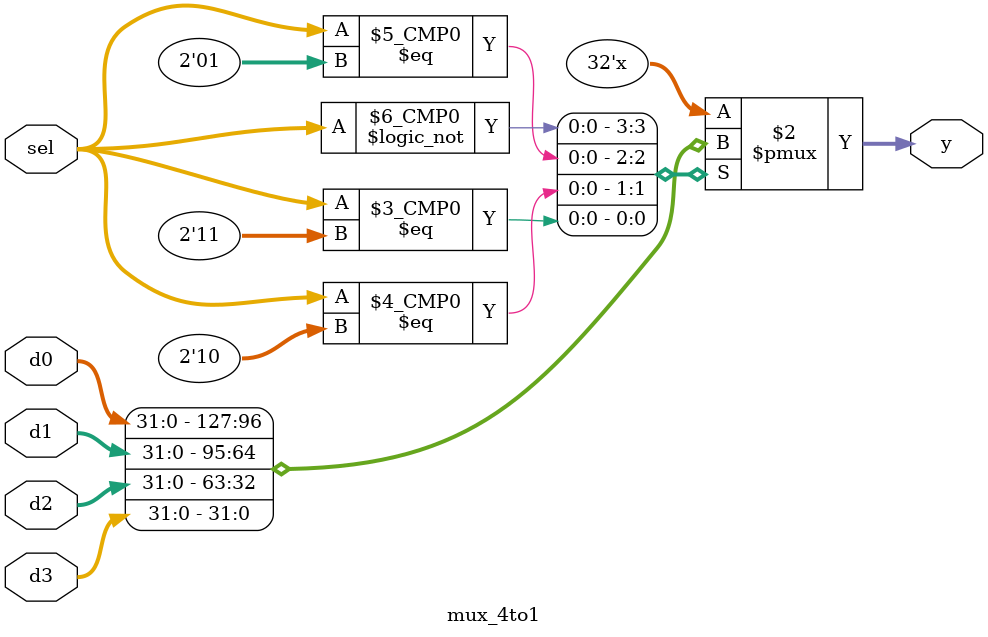
<source format=sv>
module mux_4to1 #(parameter WIDTH = 32)
(
    input wire [WIDTH-1:0] d0,    // Đầu vào dữ liệu 0
    input wire [WIDTH-1:0] d1,    // Đầu vào dữ liệu 1
    input wire [WIDTH-1:0] d2,    // Đầu vào dữ liệu 2
    input wire [WIDTH-1:0] d3,    // Đầu vào dữ liệu 3
    input wire [1:0] sel,         // Đầu vào chọn 2-bit
    output reg [WIDTH-1:0] y      // Đầu ra
);

always @(*) begin
    case (sel)
        2'b00: y = d0; // Khi sel là 00, y nhận giá trị của d0
        2'b01: y = d1; // Khi sel là 01, y nhận giá trị của d1
        2'b10: y = d2; // Khi sel là 10, y nhận giá trị của d2
        2'b11: y = d3; // Khi sel là 11, y nhận giá trị của d3
        default: y = d0; // Giá trị mặc định (không bắt buộc)
    endcase
end

endmodule


</source>
